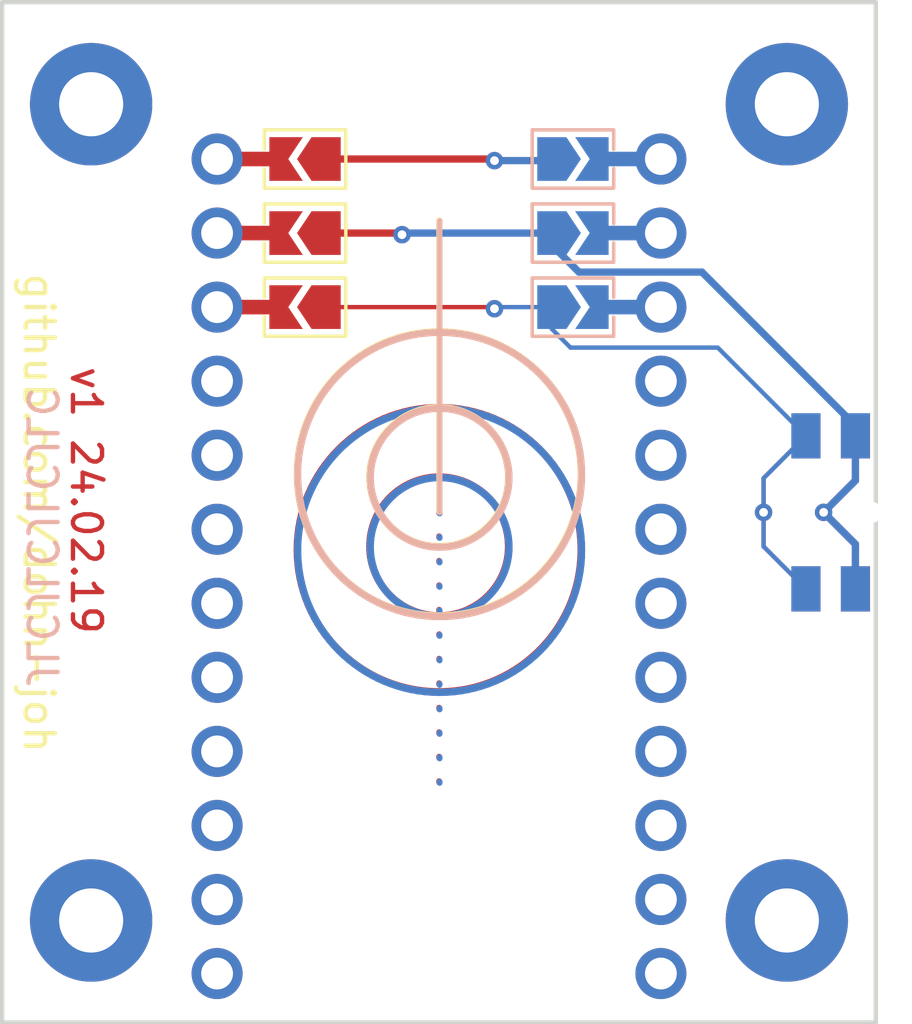
<source format=kicad_pcb>
(kicad_pcb (version 20221018) (generator pcbnew)
  (title_block (title "dongle") (rev "v1.0.0") (company "Unknown"))
  (layers (0 "F.Cu" signal) (31 "B.Cu" signal) (34 "B.Paste" user) (35 "F.Paste" user) (36 "B.SilkS" user "B.Silkscreen") (37 "F.SilkS" user "F.Silkscreen") (38 "B.Mask" user) (39 "F.Mask" user) (44 "Edge.Cuts" user))
  (net 0 "")
  (net 1 "RAW")
  (net 2 "GND")
  (net 3 "RST")
  (net 4 "P10")
  (net 5 "P11")
  (net 6 "P12")
  (net 7 "P13")
  (net 8 "P14")
  (net 9 "P15")
  (net 10 "P16")
  (net 11 "P17")
  (net 12 "P20")
  (net 13 "P21")
  (net 14 "P22")
  (net 15 "P23")
  (net 16 "P24")
  (net 17 "P25")
  (net 18 "P26")
  (net 19 "P27")
  (footprint "mounting_hole" (layer "F.Cu") (at 11.945 14)
    (fp_text reference "H4" hide)
    (fp_text value "")
  )
  (footprint "mounting_hole" (layer "F.Cu") (at -11.945 -14)
    (fp_text reference "H1" hide)
    (fp_text value "")
  )
  (footprint "promicro" (layer "F.Cu") (at 0 1.85)
    (fp_text reference "MCU1" hide)
    (fp_text value "mcu" hide)
  )
  (footprint "sw_reset_side" (layer "F.Cu") (at 13.45 0 -90)
    (fp_text reference "SW1" hide)
    (fp_text value "reset_button")
  )
  (footprint "1:circles_logo_10mm" (layer "F.Cu") (at 5.007043 -6.318199 -90)
    (fp_text reference "REF**" hide)
    (fp_text value "circles_logo_10mm")
  )
  (footprint "mounting_hole" (layer "F.Cu") (at 11.945 -14)
    (fp_text reference "H2" hide)
    (fp_text value "")
  )
  (footprint "mounting_hole" (layer "F.Cu") (at -11.945 14)
    (fp_text reference "H3" hide)
    (fp_text value "")
  )
  (footprint "1:circles_logo_10mm" (layer "B.Cu") (at -4.978976 -6.300181 -90)
    (fp_text reference "REF**" hide)
    (fp_text value "circles_logo_10mm")
  )
  (gr_line (start -15 -17.5) (end -15 17.5) (stroke (width 0.15)) (layer "Edge.Cuts"))
  (gr_line (start 15 17.5) (end 15 -17.5) (stroke (width 0.15)) (layer "Edge.Cuts"))
  (gr_line (start 15 -17.5) (end -15 -17.5) (stroke (width 0.15)) (layer "Edge.Cuts"))
  (gr_line (start -15 17.5) (end 15 17.5) (stroke (width 0.15)) (layer "Edge.Cuts"))
  (gr_text "v1 24.02.19\n" (at -12.7 -5.08 -90) (layer "F.Cu") (effects (font (size 1 1)) (justify left bottom)))
  (gr_text "JLCJLCJLCJLC" (at -14.224 6.096 270) (layer "B.SilkS") (effects (font (size 1 1)) (justify left bottom mirror)))
  (gr_text "github.com/dohn-joh" (at -14.322639 -8.285311 270) (layer "F.SilkS") (effects (font (size 1 1)) (justify left bottom)))
  (segment (start 1.85 -12.12) (end 1.905 -12.065) (width 0.25) (layer "F.Cu") (net 1))
  (segment (start -3.875 -12.12) (end 1.85 -12.12) (width 0.25) (layer "F.Cu") (net 1))
  (via (at 1.905 -12.065) (size 0.6) (drill 0.3) (layers "F.Cu" "B.Cu") (net 1))
  (segment (start 1.905 -12.065) (end 3.82 -12.065) (width 0.25) (layer "B.Cu") (net 1))
  (segment (start 3.82 -12.065) (end 3.875 -12.12) (width 0.25) (layer "B.Cu") (net 1))
  (segment (start 13.208 0) (end 14.3 1.092) (width 0.25) (layer "F.Cu") (net 2))
  (segment (start 14.3 1.092) (end 14.3 2.625) (width 0.25) (layer "F.Cu") (net 2))
  (segment (start -3.875 -9.58) (end -1.325 -9.58) (width 0.25) (layer "F.Cu") (net 2))
  (segment (start 14.3 -1.092) (end 13.208 0) (width 0.25) (layer "F.Cu") (net 2))
  (segment (start 14.3 -2.625) (end 14.3 -1.092) (width 0.25) (layer "F.Cu") (net 2))
  (segment (start -1.325 -9.58) (end -1.27 -9.525) (width 0.25) (layer "F.Cu") (net 2))
  (via (at 13.208 0) (size 0.6) (drill 0.3) (layers "F.Cu" "B.Cu") (net 2))
  (via (at -1.27 -9.525) (size 0.6) (drill 0.3) (layers "F.Cu" "B.Cu") (net 2))
  (segment (start 14.3 2.625) (end 14.3 1.092) (width 0.25) (layer "B.Cu") (net 2))
  (segment (start 3.875 -9.17038) (end 4.80408 -8.2413) (width 0.25) (layer "B.Cu") (net 2))
  (segment (start 14.3 -2.972) (end 14.3 -2.625) (width 0.25) (layer "B.Cu") (net 2))
  (segment (start 14.3 -2.625) (end 14.3 -1.092) (width 0.25) (layer "B.Cu") (net 2))
  (segment (start 4.80408 -8.2413) (end 9.0307 -8.2413) (width 0.25) (layer "B.Cu") (net 2))
  (segment (start -1.215 -9.58) (end 3.875 -9.58) (width 0.25) (layer "B.Cu") (net 2))
  (segment (start 14.3 1.092) (end 13.208 0) (width 0.25) (layer "B.Cu") (net 2))
  (segment (start -1.27 -9.525) (end -1.215 -9.58) (width 0.25) (layer "B.Cu") (net 2))
  (segment (start 3.875 -9.58) (end 3.875 -9.17038) (width 0.25) (layer "B.Cu") (net 2))
  (segment (start 14.3 -1.092) (end 13.208 0) (width 0.25) (layer "B.Cu") (net 2))
  (segment (start 9.0307 -8.2413) (end 14.3 -2.972) (width 0.25) (layer "B.Cu") (net 2))
  (segment (start 11.146 1.171) (end 12.6 2.625) (width 0.15) (layer "F.Cu") (net 3))
  (segment (start -3.875 -7.04) (end 1.85 -7.04) (width 0.15) (layer "F.Cu") (net 3))
  (segment (start 1.85 -7.04) (end 1.905 -6.985) (width 0.15) (layer "F.Cu") (net 3))
  (segment (start 12.6 -2.625) (end 11.146 -1.171) (width 0.15) (layer "F.Cu") (net 3))
  (segment (start 11.146 -1.171) (end 11.146 0) (width 0.15) (layer "F.Cu") (net 3))
  (segment (start 11.146 0) (end 11.146 1.171) (width 0.15) (layer "F.Cu") (net 3))
  (via (at 1.905 -6.985) (size 0.6) (drill 0.3) (layers "F.Cu" "B.Cu") (net 3))
  (via (at 11.146 0) (size 0.6) (drill 0.3) (layers "F.Cu" "B.Cu") (net 3))
  (segment (start 3.875 -6.29) (end 4.5137 -5.6513) (width 0.15) (layer "B.Cu") (net 3))
  (segment (start 1.905 -6.985) (end 1.96 -7.04) (width 0.15) (layer "B.Cu") (net 3))
  (segment (start 3.875 -7.04) (end 3.875 -6.29) (width 0.15) (layer "B.Cu") (net 3))
  (segment (start 12.6 2.625) (end 11.146 1.171) (width 0.15) (layer "B.Cu") (net 3))
  (segment (start 12.6 -2.625) (end 11.146 -1.171) (width 0.15) (layer "B.Cu") (net 3))
  (segment (start 9.5737 -5.6513) (end 12.6 -2.625) (width 0.15) (layer "B.Cu") (net 3))
  (segment (start 1.96 -7.04) (end 3.875 -7.04) (width 0.15) (layer "B.Cu") (net 3))
  (segment (start 4.5137 -5.6513) (end 9.5737 -5.6513) (width 0.15) (layer "B.Cu") (net 3))
  (segment (start 11.146 1.171) (end 11.146 0) (width 0.15) (layer "B.Cu") (net 3))
  (segment (start 11.146 -1.171) (end 11.146 0) (width 0.15) (layer "B.Cu") (net 3))
)
</source>
